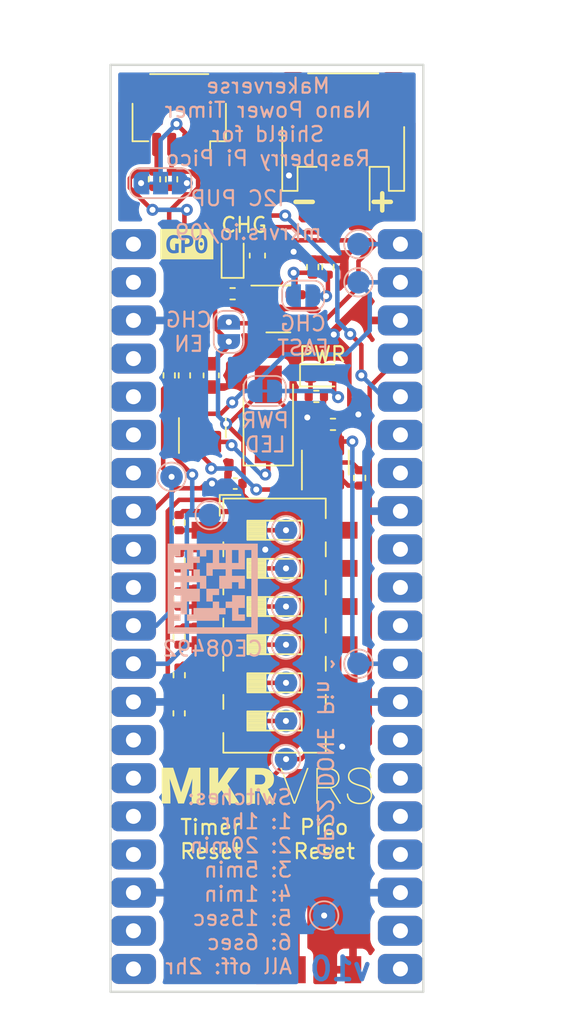
<source format=kicad_pcb>
(kicad_pcb (version 20211014) (generator pcbnew)
  (layers (0 "F.Cu" signal) (31 "B.Cu" signal) (34 "B.Paste" user) (35 "F.Paste" user) (36 "B.SilkS" user "B.Silkscreen") (37 "F.SilkS" user "F.Silkscreen") (38 "B.Mask" user) (39 "F.Mask" user) (44 "Edge.Cuts" user))
  (net 0 "")
  (net 1 "GND")
  (net 2 "Net-(D1-Pad1)")
  (net 3 "/VBUS")
  (net 4 "Net-(D2-Pad1)")
  (net 5 "Net-(D2-Pad2)")
  (net 6 "/GP8")
  (net 7 "/GP0")
  (net 8 "/GP1")
  (net 9 "/GP2")
  (net 10 "/GP3")
  (net 11 "/GP4")
  (net 12 "/GP5")
  (net 13 "/GP6")
  (net 14 "/GP7")
  (net 15 "/GP10")
  (net 16 "/GP11")
  (net 17 "/GP12")
  (net 18 "/GP13")
  (net 19 "/GP14")
  (net 20 "/GP15")
  (net 21 "/3V3_EN")
  (net 22 "/3V3(OUT)")
  (net 23 "/ADC_VREF")
  (net 24 "/GP28")
  (net 25 "/GP27")
  (net 26 "/GP26")
  (net 27 "/RUN")
  (net 28 "DONE")
  (net 29 "/GP21")
  (net 30 "/GP20")
  (net 31 "/GP19")
  (net 32 "/GP18")
  (net 33 "/GP17")
  (net 34 "/GP16")
  (net 35 "Net-(J4-Pad3)")
  (net 36 "Net-(J4-Pad4)")
  (net 37 "Net-(JP4-Pad1)")
  (net 38 "Net-(JP4-Pad3)")
  (net 39 "Net-(Q1-Pad1)")
  (net 40 "Net-(R10-Pad2)")
  (net 41 "/GP9")
  (net 42 "Net-(R8-Pad1)")
  (net 43 "Net-(JP1-Pad1)")
  (net 44 "Net-(JP3-Pad2)")
  (net 45 "Net-(JP3-Pad1)")
  (net 46 "Net-(R1-Pad1)")
  (net 47 "Net-(R2-Pad1)")
  (net 48 "Net-(R3-Pad1)")
  (net 49 "Net-(R4-Pad1)")
  (net 50 "Net-(R5-Pad1)")
  (net 51 "Net-(R7-Pad1)")
  (net 52 "/VBAT")
  (net 53 "Net-(D3-Pad1)")
  (net 54 "/VSYS")
  (footprint "Resistor_SMD:R_0402_1005Metric" (layer "F.Cu") (at 107.109 65.794 90)
    (fp_text reference "R15" hide)
    (fp_text value "4k7")
  )
  (footprint "Resistor_SMD:R_0402_1005Metric" (layer "F.Cu") (at 120.778 85.679 90)
    (fp_text reference "R8" hide)
    (fp_text value "169k")
  )
  (footprint "CoreElectronics_Components:PinSocket_1x20_P2.54mm_Vertical-Large-Pads" (layer "F.Cu") (at 123.492 70.112)
    (fp_text reference "J3" hide)
    (fp_text value "Conn_01x20")
  )
  (footprint "Resistor_SMD:R_0402_1005Metric" (layer "F.Cu") (at 108.76 98.814 90)
    (fp_text reference "R1" hide)
    (fp_text value "14k")
  )
  (footprint "kibuzzard-624E6047" (layer "F.Cu") (at 109.268 70.112)
    (fp_text reference "kibuzzard-624E6047" hide)
    (fp_text value "G***" hide)
  )
  (footprint "Resistor_SMD:R_0402_1005Metric" (layer "F.Cu") (at 108.76 93.734 90)
    (fp_text reference "R3" hide)
    (fp_text value "57.6k")
  )
  (footprint "Package_TO_SOT_SMD:SOT-23-5" (layer "F.Cu") (at 115.364 74.43)
    (fp_text reference "U1" hide)
    (fp_text value "MCP73832-2-OT")
  )
  (footprint "Resistor_SMD:R_0402_1005Metric" (layer "F.Cu") (at 108.7545 91.194 90)
    (fp_text reference "R4" hide)
    (fp_text value "143k")
  )
  (footprint "Button_Switch_SMD:SW_DIP_SPSTx06_Slide_6.7x16.8mm_W8.61mm_P2.54mm_LowProfile" (layer "F.Cu") (at 115.11 95.512)
    (fp_text reference "SW1" hide)
    (fp_text value "SW_DIP_x06")
  )
  (footprint "Capacitor_SMD:C_0402_1005Metric" (layer "F.Cu") (at 112.492 86.052 180)
    (fp_text reference "C3" hide)
    (fp_text value "100nF")
  )
  (footprint "LED_SMD:LED_0603_1608Metric" (layer "F.Cu") (at 112.316 70.874 90)
    (fp_text reference "D1" hide)
    (fp_text value "LED")
  )
  (footprint "CoreElectronics_Components:SW_Tactile_5x5" (layer "F.Cu") (at 118.484001 115.324002 -90)
    (fp_text reference "SW3" hide)
    (fp_text value "SW_Push")
  )
  (footprint "Capacitor_SMD:C_0603_1608Metric" (layer "F.Cu") (at 113.967 70.874 -90)
    (fp_text reference "C1" hide)
    (fp_text value "10uF")
  )
  (footprint "Resistor_SMD:R_0402_1005Metric" (layer "F.Cu") (at 108.7545 101.354 90)
    (fp_text reference "R7" hide)
    (fp_text value "10k")
  )
  (footprint "Connector_JST:JST_PH_S2B-PH-SM4-TB_1x02-1MP_P2.00mm_Horizontal" (layer "F.Cu") (at 119.682 63.254 180)
    (fp_text reference "J1" hide)
    (fp_text value "Conn_01x02")
  )
  (footprint "Connector_JST:JST_SH_SM04B-SRSS-TB_1x04-1MP_P1.00mm_Horizontal" (layer "F.Cu") (at 108.76 61.476 180)
    (fp_text reference "J4" hide)
    (fp_text value "Conn_PiicoDev_socket")
  )
  (footprint "Diode_SMD:D_SMA" (layer "F.Cu") (at 114.692 81.452 90)
    (fp_text reference "D3" hide)
    (fp_text value "SS14")
  )
  (footprint "Resistor_SMD:R_0402_1005Metric" (layer "F.Cu") (at 117.65 71.636 90)
    (fp_text reference "R6" hide)
    (fp_text value "10k")
  )
  (footprint "Resistor_SMD:R_0402_1005Metric" (layer "F.Cu") (at 108.092 78.852 -90)
    (fp_text reference "R16" hide)
    (fp_text value "120R")
  )
  (footprint "Fiducial:Fiducial_1mm_Mask2mm" (layer "F.Cu") (at 110.864 116.054)
    (fp_text reference "FID2" hide)
    (fp_text value "Fiducial")
  )
  (footprint "Resistor_SMD:R_0402_1005Metric" (layer "F.Cu") (at 108.7545 88.654 90)
    (fp_text reference "R5" hide)
    (fp_text value "475k")
  )
  (footprint "CoreElectronics_Components:SW_Tactile_5x5" (layer "F.Cu") (at 110.864 115.324 -90)
    (fp_text reference "SW2" hide)
    (fp_text value "SW_Push")
  )
  (footprint "Resistor_SMD:R_0402_1005Metric" (layer "F.Cu") (at 119 82.112)
    (fp_text reference "R11" hide)
    (fp_text value "10k")
  )
  (footprint "Resistor_SMD:R_0402_1005Metric" (layer "F.Cu") (at 109.108 78.852 -90)
    (fp_text reference "R17" hide)
    (fp_text value "120R")
  )
  (footprint "CoreElectronics_Artwork:makerverse_logo_short_14.0x2.4mm" (layer "F.Cu") (at 114.602 106.18)
    (fp_text reference "G2" hide)
    (fp_text value "LOGO_Makerverse" hide)
  )
  (footprint "Resistor_SMD:R_0402_1005Metric" (layer "F.Cu") (at 108.76 96.274 90)
    (fp_text reference "R2" hide)
    (fp_text value "25.5k")
  )
  (footprint "Resistor_SMD:R_0402_1005Metric" (layer "F.Cu") (at 108.252 65.794 90)
    (fp_text reference "R14" hide)
    (fp_text value "4k7")
  )
  (footprint "CoreElectronics_Components:PinSocket_1x20_P2.54mm_Vertical-Large-Pads" (layer "F.Cu") (at 105.712 70.112)
    (fp_text reference "J2" hide)
    (fp_text value "Conn_01x20")
  )
  (footprint "LED_SMD:LED_0603_1608Metric" (layer "F.Cu") (at 118.292 78.852)
    (fp_text reference "D2" hide)
    (fp_text value "LED")
  )
  (footprint "Package_TO_SOT_SMD:SOT-23" (layer "F.Cu") (at 110.303 82.344 90)
    (fp_text reference "Q1" hide)
    (fp_text value "Si2301")
  )
  (footprint "Package_TO_SOT_SMD:SOT-23-6" (layer "F.Cu") (at 118.492 84.652 90)
    (fp_text reference "U2" hide)
    (fp_text value "TPL5110")
  )
  (footprint "Fiducial:Fiducial_1mm_Mask2mm" (layer "F.Cu") (at 119.682 60.454)
    (fp_text reference "FID1" hide)
    (fp_text value "Fiducial")
  )
  (footprint "Capacitor_SMD:C_0603_1608Metric" (layer "F.Cu") (at 110.892 78.852 -90)
    (fp_text reference "C2" hide)
    (fp_text value "10uF")
  )
  (footprint "Resistor_SMD:R_0402_1005Metric" (layer "F.Cu") (at 117.892 80.252 180)
    (fp_text reference "R12" hide)
    (fp_text value "10k")
  )
  (footprint "Resistor_SMD:R_0402_1005Metric" (layer "F.Cu") (at 118.666 71.636 90)
    (fp_text reference "R9" hide)
    (fp_text value "4k7")
  )
  (footprint "Resistor_SMD:R_0402_1005Metric" (layer "F.Cu") (at 112.316 73.414)
    (fp_text reference "R10" hide)
    (fp_text value "10k")
  )
  (footprint "TestPoint:TestPoint_Pad_D1.5mm" (layer "B.Cu") (at 115.872 89.162 -90)
    (fp_text reference "TP1" hide)
    (fp_text value "TestPoint")
  )
  (footprint "TestPoint:TestPoint_Pad_D1.5mm" (layer "B.Cu") (at 120.698 72.652 180)
    (fp_text reference "TP12" hide)
    (fp_text value "TestPoint")
  )
  (footprint "TestPoint:TestPoint_Pad_D1.5mm" (layer "B.Cu") (at 108.252 85.606 180)
    (fp_text reference "TP10" hide)
    (fp_text value "TestPoint")
  )
  (footprint "TestPoint:TestPoint_Pad_D1.5mm" (layer "B.Cu") (at 115.87675 101.862 -90)
    (fp_text reference "TP6" hide)
    (fp_text value "TestPoint")
  )
  (footprint "TestPoint:TestPoint_Pad_D1.5mm" (layer "B.Cu") (at 110.792 88.146 180)
    (fp_text reference "TP11" hide)
    (fp_text value "TestPoint")
  )
  (footprint "TestPoint:TestPoint_Pad_D1.5mm" (layer "B.Cu") (at 120.698 98.052 180)
    (fp_text reference "TP13" hide)
    (fp_text value "TestPoint")
  )
  (footprint "CoreElectronics_Components:SolderJumper-2_P1.3mm_Bridged_RoundedPad1.0x1.5mm" (layer "B.Cu") (at 114.46 79.891)
    (fp_text reference "JP2" hide)
    (fp_text value "SolderJumper_2_Bridged")
  )
  (footprint "TestPoint:TestPoint_Pad_D1.5mm" (layer "B.Cu") (at 115.872 94.242 -90)
    (fp_text reference "TP3" hide)
    (fp_text value "TestPoint")
  )
  (footprint "TestPoint:TestPoint_Pad_D1.5mm" (layer "B.Cu") (at 115.872 99.322 -90)
    (fp_text reference "TP5" hide)
    (fp_text value "TestPoint")
  )
  (footprint "TestPoint:TestPoint_Pad_D1.5mm" (layer "B.Cu") (at 115.872 91.702 -90)
    (fp_text reference "TP2" hide)
    (fp_text value "TestPoint")
  )
  (footprint "lib:CE08492" (layer "B.Cu") (at 110.992 93.052 180)
    (fp_text reference "G1" hide)
    (fp_text value "Label_PCB_Art" hide)
  )
  (footprint "CoreElectronics_Components:SolderJumper-2_P1.3mm_Open_RoundedPad1.0x1.5mm" (layer "B.Cu") (at 112.062 75.954 -90)
    (fp_text reference "JP1" hide)
    (fp_text value "SolderJumper_2_Open")
  )
  (footprint "TestPoint:TestPoint_Pad_D1.5mm" (layer "B.Cu") (at 115.872 96.782 -90)
    (fp_text reference "TP4" hide)
    (fp_text value "TestPoint")
  )
  (footprint "TestPoint:TestPoint_Pad_D1.5mm" (layer "B.Cu") (at 120.698 70.112 180)
    (fp_text reference "TP14" hide)
    (fp_text value "TestPoint")
  )
  (footprint "CoreElectronics_Components:SolderJumper-2_P1.3mm_Open_RoundedPad1.0x1.5mm" (layer "B.Cu") (at 117.015 73.541 180)
    (fp_text reference "JP3" hide)
    (fp_text value "SolderJumper_2_Open")
  )
  (footprint "CoreElectronics_Components:SolderJumper-3_P1.3mm_Closed_RoundedPad1.0x1.5mm_NumberLabels" (layer "B.Cu") (at 107.52 66.048)
    (fp_text reference "JP4" hide)
    (fp_text value "SolderJumper_3_Bridged123")
  )
  (footprint "TestPoint:TestPoint_Pad_D1.5mm" (layer "B.Cu") (at 118.412 114.816 180)
    (fp_text reference "TP9" hide)
    (fp_text value "TestPoint")
  )
  (footprint "TestPoint:TestPoint_Pad_D1.5mm" (layer "B.Cu") (at 115.872 104.402 180)
    (fp_text reference "TP8" hide)
    (fp_text value "TestPoint")
  )
  (gr_line (start 104.188 119.896) (end 104.188 58.174) (layer "Edge.Cuts") (width 0.15))
  (gr_line (start 125.016 119.896) (end 104.188 119.896) (layer "Edge.Cuts") (width 0.15))
  (gr_line (start 104.188 58.174) (end 125.016 58.174) (layer "Edge.Cuts") (width 0.15))
  (gr_line (start 125.016 58.174) (end 125.016 119.896) (layer "Edge.Cuts") (width 0.15))
  (gr_text "v10" (at 119.5 118.372) (layer "B.Cu") (effects (font (size 1.5 1.5) (thickness 0.3)) (justify mirror)))
  (gr_text "I2C PUP" (at 112.642 67.064) (layer "B.SilkS") (effects (font (size 1 1)) (justify mirror)))
  (gr_text "CHG\nEN" (at 109.395 75.954) (layer "B.SilkS") (effects (font (size 1 1)) (justify mirror)))
  (gr_text "CHG\nFAST" (at 117.015 76.208) (layer "B.SilkS") (effects (font (size 1 1)) (justify mirror)))
  (gr_text "mkrvrs.io/09" (at 113.364 69.324) (layer "B.SilkS") (effects (font (size 1 1)) (justify mirror)))
  (gr_text "CE08492" (at 110.992 97.052) (layer "B.SilkS") (effects (font (size 1 1)) (justify mirror)))
  (gr_text "GP22 DONE Pin ^" (at 118.462 104.362 270) (layer "B.SilkS") (effects (font (size 1 1)) (justify mirror)))
  (gr_text "Switches:\n1: 1hr\n2: 20min\n3: 5min\n4: 1min\n5: 15sec\n6: 6sec\nAll off: 2hr" (at 116.364 112.574) (layer "B.SilkS") (effects (font (size 1 1)) (justify left mirror)))
  (gr_text "PWR\nLED" (at 114.492 82.652) (layer "B.SilkS") (effects (font (size 1 1)) (justify mirror)))
  (gr_text "Makerverse\nNano Power Timer\nShield for\nRaspberry Pi Pico" (at 114.674 61.984) (layer "B.SilkS") (effects (font (size 1 1)) (justify mirror)))
  (gr_text "-" (at 117.082 67.191) (layer "F.SilkS") (effects (font (size 1.5 1.5) (thickness 0.3))))
  (gr_text "Pico\nReset" (at 118.412 109.736) (layer "F.SilkS") (effects (font (size 1 1))))
  (gr_text "+" (at 122.282 67.191) (layer "F.SilkS") (effects (font (size 1.5 1.5) (thickness 0.3))))
  (gr_text "CHG" (at 113.078 68.842) (layer "F.SilkS") (effects (font (size 1 1))))
  (gr_text "PWR" (at 118.292 77.452) (layer "F.SilkS") (effects (font (size 1 1))))
  (gr_text "Timer\nReset" (at 110.864 109.736) (layer "F.SilkS") (effects (font (size 1 1))))
  (segment (start 109.014 90.432) (end 112.824 90.432) (width 0.3) (layer "F.Cu") (net 1))
  (segment (start 110.627931 86.368) (end 110.943931 86.052) (width 0.3) (layer "F.Cu") (net 1))
  (segment (start 119.055222 76.1295) (end 120.092 77.166278) (width 0.3) (layer "F.Cu") (net 1))
  (segment (start 116.886 71.126) (end 116.38 70.62) (width 0.3) (layer "F.Cu") (net 1))
  (segment (start 106.982 87.892) (end 108.506 86.368) (width 0.3) (layer "F.Cu") (net 1))
  (segment (start 108.7545 88.144) (end 109.0065 87.892) (width 0.3) (layer "F.Cu") (net 1))
  (segment (start 118.976722 76.208) (end 119.055222 76.1295) (width 0.3) (layer "F.Cu") (net 1))
  (segment (start 109.0065 87.892) (end 113.078 87.892) (width 0.3) (layer "F.Cu") (net 1))
  (segment (start 108.76 98.304) (end 108.762 98.304) (width 0.3) (layer "F.Cu") (net 1))
  (segment (start 120.092 77.166278) (end 120.092 79.252) (width 0.3) (layer "F.Cu") (net 1))
  (segment (start 105.712 87.892) (end 106.982 87.892) (width 0.3) (layer "F.Cu") (net 1))
  (segment (start 120.532722 74.652) (end 120.692 74.652) (width 0.3) (layer "F.Cu") (net 1))
  (segment (start 118.492 85.052) (end 118.492 85.7895) (width 0.3) (layer "F.Cu") (net 1))
  (segment (start 120.778 85.169) (end 120.261 84.652) (width 0.3) (layer "F.Cu") (net 1))
  (segment (start 108.506 86.368) (end 110.627931 86.368) (width 0.3) (layer "F.Cu") (net 1))
  (segment (start 120.092 79.252) (end 120.092 80.852) (width 0.3) (layer "F.Cu") (net 1))
  (segment (start 108.762 100.844) (end 109.014 100.592) (width 0.3) (layer "F.Cu") (net 1))
  (segment (start 118.402 80.252) (end 118.402 82.024) (width 0.3) (layer "F.Cu") (net 1))
  (segment (start 114.2265 74.43) (end 115.364 74.43) (width 0.3) (layer "F.Cu") (net 1))
  (segment (start 108.76 95.764) (end 108.762 95.764) (width 0.3) (layer "F.Cu") (net 1))
  (segment (start 115.364 74.43) (end 115.364 76.208) (width 0.3) (layer "F.Cu") (net 1))
  (segment (start 109.014 100.592) (end 112.824 100.592) (width 0.3) (layer "F.Cu") (net 1))
  (segment (start 118.402 82.024) (end 118.49 82.112) (width 0.3) (layer "F.Cu") (net 1))
  (segment (start 118.892 84.652) (end 118.492 85.052) (width 0.3) (layer "F.Cu") (net 1))
  (segment (start 117.65 71.126) (end 116.886 71.126) (width 0.3) (layer "F.Cu") (net 1))
  (segment (start 108.762 98.304) (end 109.014 98.052) (width 0.3) (layer "F.Cu") (net 1))
  (segment (start 120.692 74.652) (end 121.232 75.192) (width 0.3) (layer "F.Cu") (net 1))
  (segment (start 121.232 75.192) (end 123.492 75.192) (width 0.3) (layer "F.Cu") (net 1))
  (segment (start 108.7545 90.684) (end 108.762 90.684) (width 0.3) (layer "F.Cu") (net 1))
  (segment (start 108.762 95.764) (end 109.014 95.512) (width 0.3) (layer "F.Cu") (net 1))
  (segment (start 109.014 92.972) (end 112.824 92.972) (width 0.3) (layer "F.Cu") (net 1))
  (segment (start 108.762 93.224) (end 109.014 92.972) (width 0.3) (layer "F.Cu") (net 1))
  (segment (start 108.762 90.684) (end 109.014 90.432) (width 0.3) (layer "F.Cu") (net 1))
  (segment (start 109.014 95.512) (end 112.824 95.512) (width 0.3) (layer "F.Cu") (net 1))
  (segment (start 115.364 76.208) (end 118.976722 76.208) (width 0.3) (layer "F.Cu") (net 1))
  (segment (start 120.261 84.652) (end 118.892 84.652) (width 0.3) (layer "F.Cu") (net 1))
  (segment (start 120.092 80.852) (end 120.692 81.452) (width 0.3) (layer "F.Cu") (net 1))
  (segment (start 119.055222 76.1295) (end 120.532722 74.652) (width 0.3) (layer "F.Cu") (net 1))
  (segment (start 109.014 98.052) (end 112.824 98.052) (width 0.3) (layer "F.Cu") (net 1))
  (segment (start 108.76 93.224) (end 108.762 93.224) (width 0.3) (layer "F.Cu") (net 1))
  (segment (start 108.7545 100.844) (end 108.762 100.844) (width 0.3) (layer "F.Cu") (net 1))
  (via (at 116.38 70.62) (size 0.8) (drill 0.4) (layers "F.Cu" "B.Cu") (net 1))
  (via (at 117.292 81.652) (size 0.8) (drill 0.4) (layers "F.Cu" "B.Cu") (net 1))
  (via (at 119.614 103.574) (size 0.8) (drill 0.4) (layers "F.Cu" "B.Cu") (net 1))
  (via (at 114.492 90.452) (size 0.8) (drill 0.4) (layers "F.Cu" "B.Cu") (net 1))
  (via (at 118.412001 114.816002) (size 0.8) (drill 0.4) (layers "F.Cu" "B.Cu") (net 1))
  (via (at 116.071 65.54) (size 0.8) (drill 0.4) (layers "F.Cu" "B.Cu") (net 1))
  (via (at 119.055222 76.1295) (size 0.8) (drill 0.4) (layers "F.Cu" "B.Cu") (net 1))
  (via (at 110.943931 86.052) (size 0.8) (drill 0.4) (layers "F.Cu" "B.Cu") (net 1))
  (via (at 120.692 81.452) (size 0.8) (drill 0.4) (layers "F.Cu" "B.Cu") (net 1))
  (segment (start 111.806 72.1715) (end 112.316 71.6615) (width 0.3) (layer "F.Cu") (net 2))
  (segment (start 111.806 73.414) (end 111.806 72.1715) (width 0.3) (layer "F.Cu") (net 2))
  (segment (start 116.5015 75.38) (end 118.279584 75.38) (width 0.3) (layer "F.Cu") (net 3))
  (segment (start 112.316 70.0865) (end 113.9545 70.0865) (width 0.3) (layer "F.Cu") (net 3))
  (segment (start 117.396 69.858) (end 121.587 69.858) (width 0.3) (layer "F.Cu") (net 3))
  (segment (start 121.841 70.112) (end 123.492 70.112) (width 0.3) (layer "F.Cu") (net 3))
  (segment (start 115.377 70.099) (end 115.618 69.858) (width 0.3) (layer "F.Cu") (net 3))
  (segment (start 121.587 69.858) (end 121.841 70.112) (width 0.3) (layer "F.Cu") (net 3))
  (segment (start 115.618 69.858) (end 117.396 69.858) (width 0.3) (layer "F.Cu") (net 3))
  (segment (start 120.698 72.961584) (end 120.698 71.255) (width 0.3) (layer "F.Cu") (net 3))
  (segment (start 113.967 70.099) (end 115.377 70.099) (width 0.3) (layer "F.Cu") (net 3))
  (segment (start 120.698 71.255) (end 121.841 70.112) (width 0.3) (layer "F.Cu") (net 3))
  (segment (start 118.279584 75.38) (end 120.698 72.961584) (width 0.3) (layer "F.Cu") (net 3))
  (segment (start 113.9545 70.0865) (end 113.967 70.099) (width 0.3) (layer "F.Cu") (net 3))
  (segment (start 120.698 70.112) (end 123.492 70.112) (width 0.3) (layer "B.Cu") (net 3))
  (segment (start 117.5045 78.852) (end 117.5045 80.1295) (width 0.3) (layer "F.Cu") (net 4))
  (segment (start 117.5045 80.1295) (end 117.382 80.252) (width 0.3) (layer "F.Cu") (net 4))
  (segment (start 119.0795 78.852) (end 119.0795 80.03657) (width 0.3) (layer "F.Cu") (net 5))
  (segment (start 119.0795 80.03657) (end 119.3425 80.29957) (width 0.3) (layer "F.Cu") (net 5))
  (via (at 119.3425 80.29957) (size 0.8) (drill 0.4) (layers "F.Cu" "B.Cu") (net 5))
  (segment (start 115.11 79.891) (end 118.93393 79.891) (width 0.3) (layer "B.Cu") (net 5))
  (segment (start 118.93393 79.891) (end 119.3425 80.29957) (width 0.3) (layer "B.Cu") (net 5))
  (segment (start 108.252 85.606) (end 107.692 85.046) (width 0.3) (layer "F.Cu") (net 6))
  (segment (start 107.692 85.046) (end 107.692 79.762) (width 0.3) (layer "F.Cu") (net 6))
  (segment (start 107.692 79.762) (end 108.092 79.362) (width 0.3) (layer "F.Cu") (net 6))
  (via (at 108.252 85.606) (size 0.8) (drill 0.4) (layers "F.Cu" "B.Cu") (net 6))
  (segment (start 108.252 94.496) (end 108.252 85.86) (width 0.3) (layer "B.Cu") (net 6))
  (segment (start 107.236 95.512) (end 107.744 95.004) (width 0.3) (layer "B.Cu") (net 6))
  (segment (start 105.712 95.512) (end 107.236 95.512) (width 0.3) (layer "B.Cu") (net 6))
  (segment (start 108.252 85.86) (end 108.252 85.606) (width 0.3) (layer "B.Cu") (net 6))
  (segment (start 107.744 95.004) (end 108.252 94.496) (width 0.3) (layer "B.Cu") (net 6))
  (segment (start 116.634 108.16) (end 121.44752 103.34648) (width 0.3) (layer "F.Cu") (net 21))
  (segment (start 116.634001 112.224002) (end 116.634 108.16) (width 0.3) (layer "F.Cu") (net 21))
  (segment (start 121.44752 103.34648) (end 121.44752 79.615078) (width 0.3) (layer "F.Cu") (net 21))
  (segment (start 121.44752 79.615078) (end 123.330598 77.732) (width 0.3) (layer "F.Cu") (net 21))
  (segment (start 116.634001 118.424002) (end 116.634001 112.224002) (width 0.3) (layer "F.Cu") (net 21))
  (segment (start 123.330598 77.732) (end 123.492 77.732) (width 0.3) (layer "F.Cu") (net 21))
  (segment (start 113.247 68.207) (end 115.817 68.207) (width 0.3) (layer "F.Cu") (net 22))
  (segment (start 109.26 63.476) (end 109.26 62.793) (width 0.3) (layer "F.Cu") (net 22))
  (segment (start 109.26 64.22) (end 113.247 68.207) (width 0.3) (layer "F.Cu") (net 22))
  (segment (start 109.26 62.793) (end 108.578 62.111) (width 0.3) (layer "F.Cu") (net 22))
  (segment (start 120.892 78.852) (end 120.892 76.834734) (width 0.3) (layer "F.Cu") (net 22))
  (segment (start 109.26 63.476) (end 109.26 64.22) (width 0.3) (layer "F.Cu") (net 22))
  (segment (start 120.892 76.834734) (end 120.150971 76.093705) (width 0.3) (layer "F.Cu") (net 22))
  (via (at 120.892 78.852) (size 0.8) (drill 0.4) (layers "F.Cu" "B.Cu") (net 22))
  (via (at 115.817 68.207) (size 0.8) (drill 0.4) (layers "F.Cu" "B.Cu") (net 22))
  (via (at 108.578 62.111) (size 0.8) (drill 0.4) (layers "F.Cu" "B.Cu") (net 22))
  (via (at 120.150971 76.093705) (size 0.8) (drill 0.4) (layers "F.Cu" "B.Cu") (net 22))
  (segment (start 120.892 78.852) (end 122.312 80.272) (width 0.3) (layer "B.Cu") (net 22))
  (segment (start 122.312 80.272) (end 123.492 80.272) (width 0.3) (layer "B.Cu") (net 22))
  (segment (start 107.52 66.048) (end 107.52 63.169) (width 0.3) (layer "B.Cu") (net 22))
  (segment (start 119.292 71.682) (end 115.817 68.207) (width 0.3) (layer "B.Cu") (net 22))
  (segment (start 119.292 75.234734) (end 119.292 71.682) (width 0.3) (layer "B.Cu") (net 22))
  (segment (start 120.150971 76.093705) (end 119.292 75.234734) (width 0.3) (layer "B.Cu") (net 22))
  (segment (start 107.52 63.169) (end 108.578 62.111) (width 0.3) (layer "B.Cu") (net 22))
  (segment (start 119.7045 83.252) (end 120.292 83.252) (width 0.3) (layer "F.Cu") (net 28))
  (segment (start 119.442 83.5145) (end 119.7045 83.252) (width 0.3) (layer "F.Cu") (net 28))
  (segment (start 119.442 83.5145) (end 119.442 82.18) (width 0.3) (layer "F.Cu") (net 28))
  (via (at 120.292 83.252) (size 0.8) (drill 0.4) (layers "F.Cu" "B.Cu") (net 28))
  (segment (start 120.698 98.052) (end 120.292 97.646) (width 0.3) (layer "B.Cu") (net 28))
  (segment (start 120.292 97.646) (end 120.292 83.252) (width 0.3) (layer "B.Cu") (net 28))
  (segment (start 120.698 98.052) (end 123.492 98.052) (width 0.3) (layer "B.Cu") (net 28))
  (segment (start 109.224914 66.797501) (end 109.578455 66.797501) (width 0.3) (layer "F.Cu") (net 35))
  (segment (start 108.252 63.484) (end 108.26 63.476) (width 0.3) (layer "F.Cu") (net 35))
  (segment (start 109.578455 66.797501) (end 110.017501 66.358455) (width 0.3) (layer "F.Cu") (net 35))
  (segment (start 108.092 67.930415) (end 109.224914 66.797501) (width 0.3) (layer "F.Cu") (net 35))
  (segment (start 109.563956 65.284) (end 108.252 65.284) (width 0.3) (layer "F.Cu") (net 35))
  (segment (start 110.017501 66.358455) (end 110.017501 65.737545) (width 0.3) (layer "F.Cu") (net 35))
  (segment (start 108.092 78.342) (end 108.092 67.930415) (width 0.3) (layer "F.Cu") (net 35))
  (segment (start 108.252 65.284) (end 108.252 63.484) (width 0.3) (layer "F.Cu") (net 35))
  (segment (start 110.017501 65.737545) (end 109.563956 65.284) (width 0.3) (layer "F.Cu") (net 35))
  (segment (start 105.924044 65.284) (end 107.109 65.284) (width 0.3) (layer "F.Cu") (net 36))
  (segment (start 107.26 63.476) (end 107.26 65.133) (width 0.3) (layer "F.Cu") (net 36))
  (segment (start 107.26 65.133) (end 107.109 65.284) (width 0.3) (layer "F.Cu") (net 36))
  (segment (start 109.108 67.986) (end 109.108 78.342) (width 0.3) (layer "F.Cu") (net 36))
  (segment (start 105.470499 65.737545) (end 105.924044 65.284) (width 0.3) (layer "F.Cu") (net 36))
  (segment (start 106.938044 67.826) (end 105.470499 66.358455) (width 0.3) (layer "F.Cu") (net 36))
  (segment (start 105.470499 66.358455) (end 105.470499 65.737545) (width 0.3) (layer "F.Cu") (net 36))
  (segment (start 106.982 67.826) (end 106.938044 67.826) (width 0.3) (layer "F.Cu") (net 36))
  (segment (start 109.268 67.826) (end 109.108 67.986) (width 0.3) (layer "F.Cu") (net 36))
  (via (at 106.982 67.826) (size 0.8) (drill 0.4) (layers "F.Cu" "B.Cu") (net 36))
  (via (at 109.268 67.826) (size 0.8) (drill 0.4) (layers "F.Cu" "B.Cu") (net 36))
  (segment (start 109.268 67.826) (end 106.982 67.826) (width 0.3) (layer "B.Cu") (net 36))
  (segment (start 106.476 66.304) (end 106.22 66.048) (width 0.3) (layer "F.Cu") (net 37))
  (segment (start 107.109 66.304) (end 106.476 66.304) (width 0.3) (layer "F.Cu") (net 37))
  (via (at 106.22 66.048) (size 0.8) (drill 0.4) (layers "F.Cu" "B.Cu") (net 37))
  (segment (start 108.252 66.304) (end 109.012 66.304) (width 0.3) (layer "F.Cu") (net 38))
  (segment (start 109.012 66.304) (end 109.268 66.048) (width 0.3) (layer "F.Cu") (net 38))
  (via (at 109.268 66.048) (size 0.8) (drill 0.4) (layers "F.Cu" "B.Cu") (net 38))
  (segment (start 115.692 86.452) (end 113.892 86.452) (width 0.3) (layer "F.Cu") (net 39))
  (segment (start 116.492 85.652) (end 115.692 86.452) (width 0.3) (layer "F.Cu") (net 39))
  (segment (start 110.892 85.052) (end 110.892 84.8205) (width 0.3) (layer "F.Cu") (net 39))
  (segment (start 117.185093 84.77748) (end 116.492 85.470573) (width 0.3) (layer "F.Cu") (net 39))
  (segment (start 117.647947 84.77748) (end 117.185093 84.77748) (width 0.3) (layer "F.Cu") (net 39))
  (segment (start 116.492 85.470573) (end 116.492 85.652) (width 0.3) (layer "F.Cu") (net 39))
  (segment (start 110.892 84.8205) (end 109.353 83.2815) (width 0.3) (layer "F.Cu") (net 39))
  (segment (start 118.492 83.933427) (end 117.647947 84.77748) (width 0.3) (layer "F.Cu") (net 39))
  (segment (start 118.492 83.5145) (end 118.492 83.933427) (width 0.3) (layer "F.Cu") (net 39))
  (via (at 113.892 86.452) (size 0.8) (drill 0.4) (layers "F.Cu" "B.Cu") (net 39))
  (via (at 110.892 85.052) (size 0.8) (drill 0.4) (layers "F.Cu" "B.Cu") (net 39))
  (segment (start 110.892 85.052) (end 112.492 85.052) (width 0.3) (layer "B.Cu") (net 39))
  (segment (start 112.492 85.052) (end 113.892 86.452) (width 0.3) (layer "B.Cu") (net 39))
  (segment (start 114.1605 73.414) (end 114.2265 73.48) (width 0.3) (layer "F.Cu") (net 40))
  (segment (start 112.826 73.414) (end 114.1605 73.414) (width 0.3) (layer "F.Cu") (net 40))
  (segment (start 109.627023 85.457023) (end 108.292 84.122) (width 0.3) (layer "F.Cu") (net 41))
  (segment (start 108.292 80.178) (end 109.108 79.362) (width 0.3) (layer "F.Cu") (net 41))
  (segment (start 108.292 84.122) (end 108.292 80.178) (width 0.3) (layer "F.Cu") (net 41))
  (via (at 109.627023 85.457023) (size 0.8) (drill 0.4) (layers "F.Cu" "B.Cu") (net 41))
  (segment (start 110.792 88.146) (end 109.268 88.146) (width 0.3) (layer "B.Cu") (net 41))
  (segment (start 109.268 96.782) (end 109.268 88.146) (width 0.3) (layer "B.Cu") (net 41))
  (segment (start 107.998 98.052) (end 109.268 96.782) (width 0.3) (layer "B.Cu") (net 41))
  (segment (start 105.712 98.052) (end 107.998 98.052) (width 0.3) (layer "B.Cu") (net 41))
  (segment (start 109.268 88.146) (end 109.627023 87.786977) (width 0.3) (layer "B.Cu") (net 41))
  (segment (start 109.627023 87.786977) (end 109.627023 85.457023) (width 0.3) (layer "B.Cu") (net 41))
  (segment (start 116.875 104.402) (end 119.415 101.862) (width 0.3) (layer "F.Cu") (net 42))
  (segment (start 119.442 85.7895) (end 119.415 85.8165) (width 0.3) (layer "F.Cu") (net 42))
  (segment (start 119.415 96.782) (end 119.415 99.322) (width 0.3) (layer "F.Cu") (net 42))
  (segment (start 119.6185 85.7895) (end 120.018 86.189) (width 0.3) (layer "F.Cu") (net 42))
  (segment (start 119.415 91.702) (end 119.415 94.242) (width 0.3) (layer "F.Cu") (net 42))
  (segment (start 119.415 85.8165) (end 119.415 89.162) (width 0.3) (layer "F.Cu") (net 42))
  (segment (start 119.415 89.162) (end 119.415 91.702) (width 0.3) (layer "F.Cu") (net 42))
  (segment (start 115.87675 104.402) (end 116.875 104.402) (width 0.3) (layer "F.Cu") (net 42))
  (segment (start 112.714 118.424) (end 112.714 112.224) (width 0.3) (layer "F.Cu") (net 42))
  (segment (start 119.415 99.322) (end 119.415 101.862) (width 0.3) (layer "F.Cu") (net 42))
  (segment (start 112.714 107.834) (end 115.87675 104.67125) (width 0.3) (layer "F.Cu") (net 42))
  (segment (start 119.442 85.7895) (end 119.6185 85.7895) (width 0.3) (layer "F.Cu") (net 42))
  (segment (start 115.87675 104.67125) (end 115.87675 104.402) (width 0.3) (layer "F.Cu") (net 42))
  (segment (start 119.415 94.242) (end 119.415 96.782) (width 0.3) (layer "F.Cu") (net 42))
  (segment (start 120.018 86.189) (end 120.778 86.189) (width 0.3) (layer "F.Cu") (net 42))
  (segment (start 112.714 107.834) (end 112.714 112.224) (width 0.3) (layer "F.Cu") (net 42))
  (via (at 115.87675 104.402) (size 0.8) (drill 0.4) (layers "F.Cu" "B.Cu") (net 42))
  (segment (start 112.138 75.38) (end 112.062 75.304) (width 0.3) (layer "F.Cu") (net 43))
  (segment (start 114.2265 75.38) (end 112.138 75.38) (width 0.3) (layer "F.Cu") (net 43))
  (via (at 112.062 75.304) (size 0.8) (drill 0.4) (layers "F.Cu" "B.Cu") (net 43))
  (segment (start 116.38 72.017) (end 117.521 72.017) (width 0.3) (layer "F.Cu") (net 44))
  (segment (start 117.521 72.017) (end 117.65 72.146) (width 0.3) (layer "F.Cu") (net 44))
  (segment (start 116.5015 72.1385) (end 116.38 72.017) (width 0.3) (layer "F.Cu") (net 44))
  (segment (start 116.5015 73.48) (end 116.5015 72.1385) (width 0.3) (layer "F.Cu") (net 44))
  (via (at 116.38 72.017) (size 0.8) (drill 0.4) (layers "F.Cu" "B.Cu") (net 44))
  (segment (start 116.38 73.526) (end 116.38 72.017) (width 0.3) (layer "B.Cu") (net 44))
  (segment (start 116.365 73.541) (end 116.38 73.526) (width 0.3) (layer "B.Cu") (net 44))
  (segment (start 118.666 72.146) (end 118.666 73.452498) (width 0.3) (layer "F.Cu") (net 45))
  (segment (start 118.666 73.452498) (end 118.5425 73.575998) (width 0.3) (layer "F.Cu") (net 45))
  (via (at 118.5425 73.575998) (size 0.8) (drill 0.4) (layers "F.Cu" "B.Cu") (net 45))
  (segment (start 117.665 73.541) (end 118.507502 73.541) (width 0.3) (layer "B.Cu") (net 45))
  (segment (start 118.507502 73.541) (end 118.5425 73.575998) (width 0.3) (layer "B.Cu") (net 45))
  (segment (start 110.803 99.324) (end 110.805 99.322) (width 0.3) (layer "F.Cu") (net 46))
  (segment (start 108.76 99.324) (end 110.803 99.324) (width 0.3) (layer "F.Cu") (net 46))
  (segment (start 110.805 99.322) (end 115.872 99.322) (width 0.3) (layer "F.Cu") (net 46))
  (via (at 115.872 99.322) (size 0.8) (drill 0.4) (layers "F.Cu" "B.Cu") (net 46))
  (segment (start 110.805 96.782) (end 115.872 96.782) (width 0.3) (layer "F.Cu") (net 47))
  (segment (start 108.76 96.784) (end 110.803 96.784) (width 0.3) (layer "F.Cu") (net 47))
  (segment (start 110.803 96.784) (end 110.805 96.782) (width 0.3) (layer "F.Cu") (net 47))
  (via (at 115.872 96.782) (size 0.8) (drill 0.4) (layers "F.Cu" "B.Cu") (net 47))
  (segment (start 110.805 94.242) (end 108.762 94.242) (width 0.3) (layer "F.Cu") (net 48))
  (segment (start 110.805 94.242) (end 115.872 94.242) (width 0.3) (layer "F.Cu") (net 48))
  (segment (start 108.762 94.242) (end 108.76 94.244) (width 0.3) (layer "F.Cu") (net 48))
  (via (at 115.872 94.242) (size 0.8) (drill 0.4) (layers "F.Cu" "B.Cu") (net 48))
  (segment (start 110.805 91.702) (end 115.872 91.702) (width 0.3) (layer "F.Cu") (net 49))
  (segment (start 110.803 91.704) (end 110.805 91.702) (width 0.3) (layer "F.Cu") (net 49))
  (segment (start 108.7545 91.704) (end 110.803 91.704) (width 0.3) (layer "F.Cu") (net 49))
  (via (at 115.872 91.702) (size 0.8) (drill 0.4) (layers "F.Cu" "B.Cu") (net 49))
  (segment (start 108.7545 89.164) (end 110.803 89.164) (width 0.3) (layer "F.Cu") (net 50))
  (segment (start 110.803 89.164) (end 110.805 89.162) (width 0.3) (layer "F.Cu") (net 50))
  (segment (start 110.805 89.162) (end 115.872 89.162) (width 0.3) (layer "F.Cu") (net 50))
  (via (at 115.872 89.162) (size 0.8) (drill 0.4) (layers "F.Cu" "B.Cu") (net 50))
  (segment (start 110.805 101.862) (end 108.7565 101.862) (width 0.3) (layer "F.Cu") (net 51))
  (segment (start 110.805 101.862) (end 115.8665 101.862) (width 0.3) (layer "F.Cu") (net 51))
  (via (at 115.8665 101.862) (size 0.8) (drill 0.4) (layers "F.Cu" "B.Cu") (net 51))
  (segment (start 116.7545 83.5145) (end 115.941511 82.701511) (width 0.3) (layer "F.Cu") (net 52))
  (segment (start 109.014 109.43) (end 107.998 108.414) (width 0.3) (layer "F.Cu") (net 52))
  (segment (start 107.998 87.895286) (end 108.754805 87.138481) (width 0.3) (layer "F.Cu") (net 52))
  (segment (start 116.284883 68.982839) (end 116.625545 69.323501) (width 0.3) (layer "F.Cu") (net 52))
  (segment (start 112.972 86.728) (end 112.972 86.052) (width 0.3) (layer "F.Cu") (net 52))
  (segment (start 117.542 87.202) (end 117.492 87.252) (width 0.3) (layer "F.Cu") (net 52))
  (segment (start 112.062 76.604) (end 111.147533 75.689533) (width 0.3) (layer "F.Cu") (net 52))
  (segment (start 115.941511 82.701511) (end 115.941511 81.101511) (width 0.3) (layer "F.Cu") (net 52))
  (segment (start 118.819499 69.323501) (end 120.682 67.461) (width 0.3) (layer "F.Cu") (net 52))
  (segment (start 113.041501 83.232656) (end 111.881328 82.072483) (width 0.3) (layer "F.Cu") (net 52))
  (segment (start 112.071517 82.072483) (end 114.692 79.452) (width 0.3) (layer "F.Cu") (net 52))
  (segment (start 117.542 83.5145) (end 116.7545 83.5145) (width 0.3) (layer "F.Cu") (net 52))
  (segment (start 109.014 118.424) (end 109.014 112.224) (width 0.3) (layer "F.Cu") (net 52))
  (segment (start 110.892 78.077) (end 112.062 76.907) (width 0.3) (layer "F.Cu") (net 52))
  (segment (start 120.682 67.461) (end 120.682 66.104) (width 0.3) (layer "F.Cu") (net 52))
  (segment (start 111.147533 68.982839) (end 112.964839 68.982839) (width 0.3) (layer "F.Cu") (net 52))
  (segment (start 112.062 76.907) (end 112.062 76.604) (width 0.3) (layer "F.Cu") (net 52))
  (segment (start 116.625545 69.323501) (end 118.819499 69.323501) (width 0.3) (layer "F.Cu") (net 52))
  (segment (start 109.014 112.224) (end 109.014 109.43) (width 0.3) (layer "F.Cu") (net 52))
  (segment (start 113.462022 87.252) (end 112.972 86.761978) (width 0.3) (layer "F.Cu") (net 52))
  (segment (start 112.561519 87.138481) (end 112.972 86.728) (width 0.3) (layer "F.Cu") (net 52))
  (segment (start 108.754805 87.138481) (end 112.561519 87.138481) (width 0.3) (layer "F.Cu") (net 52))
  (segment (start 115.941511 81.101511) (end 114.692 79.852) (width 0.3) (layer "F.Cu") (net 52))
  (segment (start 112.964839 68.982839) (end 116.284883 68.982839) (width 0.3) (layer "F.Cu") (net 52))
  (segment (start 113.041501 85.982499) (end 113.041501 83.232656) (width 0.3) (layer "F.Cu") (net 52))
  (segment (start 117.542 85.7895) (end 117.542 87.202) (width 0.3) (layer "F.Cu") (net 52))
  (segment (start 112.972 86.761978) (end 112.972 86.052) (width 0.3) (layer "F.Cu") (net 52))
  (segment (start 107.998 108.414) (end 107.998 87.895286) (width 0.3) (layer "F.Cu") (net 52))
  (segment (start 111.881328 82.072483) (end 112.071517 82.072483) (width 0.3) (layer "F.Cu") (net 52))
  (segment (start 111.147533 75.689533) (end 111.147533 68.982839) (width 0.3) (layer "F.Cu") (net 52))
  (segment (start 114.692 79.852) (end 114.692 79.452) (width 0.3) (layer "F.Cu") (net 52))
  (segment (start 117.492 87.252) (end 113.462022 87.252) (width 0.3) (layer "F.Cu") (net 52))
  (segment (start 112.972 86.052) (end 113.041501 85.982499) (width 0.3) (layer "F.Cu") (net 52))
  (via (at 112.062 76.604) (size 0.8) (drill 0.4) (layers "F.Cu" "B.Cu") (net 52))
  (via (at 111.881328 82.072483) (size 0.8) (drill 0.4) (layers "F.Cu" "B.Cu") (net 52))
  (segment (start 112.062 76.604) (end 111.342499 77.323501) (width 0.3) (layer "B.Cu") (net 52))
  (segment (start 111.342499 81.533654) (end 111.881328 82.072483) (width 0.3) (layer "B.Cu") (net 52))
  (segment (start 111.342499 77.323501) (end 111.342499 81.533654) (width 0.3) (layer "B.Cu") (net 52))
  (segment (start 114.692 83.452) (end 114.692 85.252) (width 0.3) (layer "F.Cu") (net 53))
  (segment (start 111.253 83.2815) (end 112.03039 83.2815) (width 0.3) (layer "F.Cu") (net 53))
  (segment (start 112.03039 83.2815) (end 112.246445 83.497555) (width 0.3) (layer "F.Cu") (net 53))
  (segment (start 114.692 85.252) (end 114.492 85.452) (width 0.3) (layer "F.Cu") (net 53))
  (via (at 114.492 85.452) (size 0.8) (drill 0.4) (layers "F.Cu" "B.Cu") (net 53))
  (via (at 112.246445 83.497555) (size 0.8) (drill 0.4) (layers "F.Cu" "B.Cu") (net 53))
  (segment (start 114.20089 85.452) (end 114.492 85.452) (width 0.3) (layer "B.Cu") (net 53))
  (segment (start 112.246445 83.497555) (end 114.20089 85.452) (width 0.3) (layer "B.Cu") (net 53))
  (segment (start 110.303 81.4065) (end 111.5375 81.4065) (width 0.3) (layer "F.Cu") (net 54))
  (segment (start 111.5375 81.4065) (end 112.292 80.652) (width 0.3) (layer "F.Cu") (net 54))
  (via (at 112.292 80.652) (size 0.8) (drill 0.4) (layers "F.Cu" "B.Cu") (net 54))
  (segment (start 113.81 79.891) (end 113.053 79.891) (width 0.3) (layer "B.Cu") (net 54))
  (segment (start 115.804704 77.452) (end 119.852632 77.452) (width 0.3) (layer "B.Cu") (net 54))
  (segment (start 113.053 79.891) (end 112.292 80.652) (width 0.3) (layer "B.Cu") (net 54))
  (segment (start 113.81 79.446704) (end 115.804704 77.452) (width 0.3) (layer "B.Cu") (net 54))
  (segment (start 119.852632 77.452) (end 121.448 75.856632) (width 0.3) (layer "B.Cu") (net 54))
  (segment (start 121.448 73.402) (end 120.698 72.652) (width 0.3) (layer "B.Cu") (net 54))
  (segment (start 113.81 79.891) (end 113.81 79.446704) (width 0.3) (layer "B.Cu") (net 54))
  (segment (start 120.698 72.652) (end 123.492 72.652) (width 0.3) (layer "B.Cu") (net 54))
  (segment (start 121.448 75.856632) (end 121.448 73.402) (width 0.3) (layer "B.Cu") (net 54))
  (zone (net 1) (net_name "GND") (layers F&B.Cu) (connect_pads (clearance 0.508)) (min_thickness 0.254) (fill yes (thermal_gap 0.508) (thermal_bridge_width 0.508))
    (polygon (pts (xy 125.016 119.896) (xy 104.188 119.896) (xy 104.216 58.174) (xy 125.016 58.174)))
  )
)
</source>
